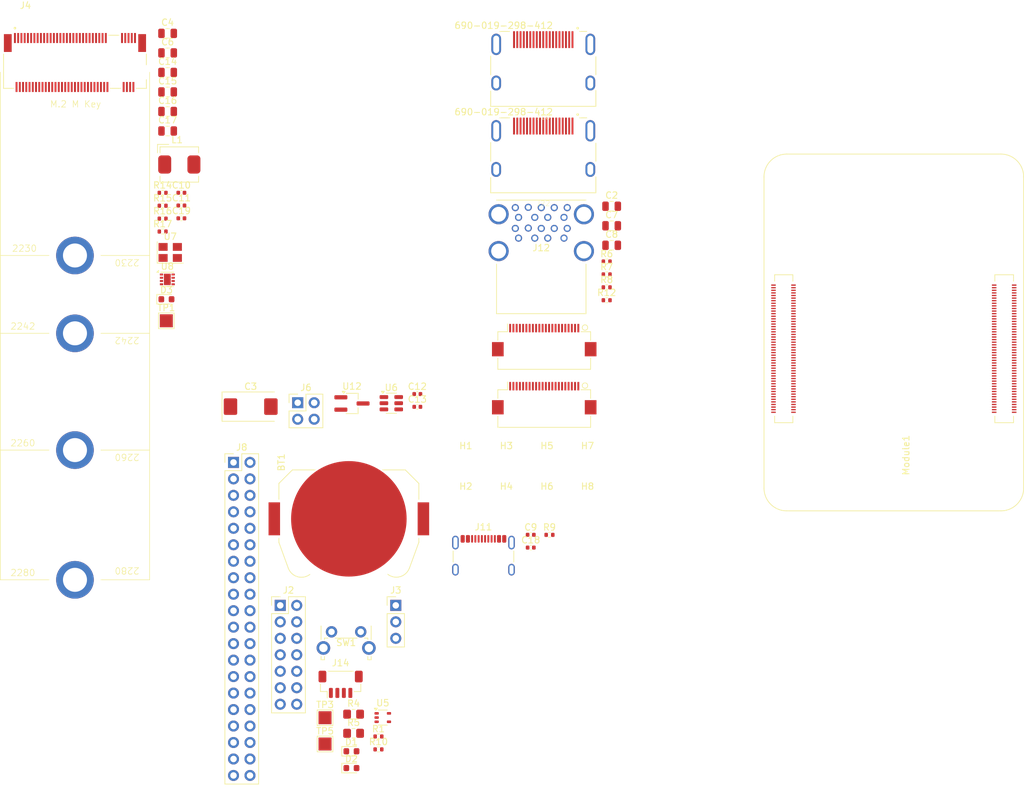
<source format=kicad_pcb>
(kicad_pcb (version 20240108) (generator "pcbnew") (generator_version "8.0")
  (layers (0 "F.Cu" signal) (1 "In1.Cu" power) (2 "In2.Cu" power) (31 "B.Cu" signal) (34 "B.Paste" user) (35 "F.Paste" user) (36 "B.SilkS" user "B.Silkscreen") (37 "F.SilkS" user "F.Silkscreen") (38 "B.Mask" user) (39 "F.Mask" user) (44 "Edge.Cuts" user))
  (net 0 "")
  (net 1 "GND")
  (net 2 "/CM5_GPIO ( Ethernet, GPIO, SDCARD)/VBAT")
  (net 3 "/CM5_HighSpeed/VBUS")
  (net 4 "/PCIe-M2/M2_3v3")
  (net 5 "/PCIe-M2/FB")
  (net 6 "/CM5_HighSpeed/HDMI_5v")
  (net 7 "Net-(D1-K)")
  (net 8 "Net-(D2-K)")
  (net 9 "Net-(D3-K)")
  (net 10 "/CM5_GPIO ( Ethernet, GPIO, SDCARD)/nRPIBOOT")
  (net 11 "/CM5_GPIO ( Ethernet, GPIO, SDCARD)/EEPROM_nWP")
  (net 12 "/CM5_GPIO ( Ethernet, GPIO, SDCARD)/SYNC_OUT")
  (net 13 "Net-(R10-Pad2)")
  (net 15 "/CM5_GPIO ( Ethernet, GPIO, SDCARD)/USBOTG")
  (net 16 "/+3.3v")
  (net 17 "/CM5_GPIO ( Ethernet, GPIO, SDCARD)/PMIC_ENABLE")
  (net 18 "/CM5_GPIO ( Ethernet, GPIO, SDCARD)/PWR_BUT")
  (net 19 "/CM5_GPIO ( Ethernet, GPIO, SDCARD)/WL_nDis")
  (net 20 "/CM5_GPIO ( Ethernet, GPIO, SDCARD)/BT_nDis")
  (net 25 "Net-(J4-DAS{slash}~{DSS}{slash}~{LED1})")
  (net 32 "/+5v")
  (net 48 "/CM5_HighSpeed/PCIE_RX_N")
  (net 50 "/CM5_HighSpeed/PCIE_RX_P")
  (net 53 "/CM5_HighSpeed/PCIE_TX_N")
  (net 55 "/CM5_HighSpeed/PCIE_TX_P")
  (net 56 "/CM5_HighSpeed/PCIE_nCLKREQ")
  (net 57 "/CM5_HighSpeed/PCIE_CLK_N")
  (net 58 "/CM5_HighSpeed/PCIE_CLK_P")
  (net 62 "Net-(J4-SUSCLK)")
  (net 64 "/CM5_HighSpeed/DPHY0_D0_N")
  (net 65 "/CM5_HighSpeed/DPHY0_D0_P")
  (net 66 "/CM5_HighSpeed/DPHY0_D1_N")
  (net 67 "/CM5_HighSpeed/DPHY0_D1_P")
  (net 68 "/CM5_HighSpeed/DPHY0_C_N")
  (net 69 "/CM5_HighSpeed/DPHY0_C_P")
  (net 70 "/CM5_HighSpeed/DPHY0_D2_N")
  (net 71 "/CM5_HighSpeed/DPHY0_D2_P")
  (net 72 "/CM5_HighSpeed/DPHY0_D3_N")
  (net 73 "/CM5_HighSpeed/DPHY0_D3_P")
  (net 74 "/CM5_GPIO ( Ethernet, GPIO, SDCARD)/CAM_GPIO0")
  (net 75 "/CM5_GPIO ( Ethernet, GPIO, SDCARD)/CAM_GPIO1")
  (net 76 "/CM5_HighSpeed/SCL0")
  (net 77 "/CM5_HighSpeed/SDA0")
  (net 78 "/CM5_GPIO ( Ethernet, GPIO, SDCARD)/ID_SC")
  (net 79 "/CM5_HighSpeed/SCL1")
  (net 80 "/CM5_GPIO ( Ethernet, GPIO, SDCARD)/ID_SD")
  (net 81 "/CM5_HighSpeed/SDA1")
  (net 82 "/CM5_GPIO ( Ethernet, GPIO, SDCARD)/SD_DAT1")
  (net 83 "/CM5_GPIO ( Ethernet, GPIO, SDCARD)/SD_DAT0")
  (net 84 "/CM5_GPIO ( Ethernet, GPIO, SDCARD)/SD_CLK")
  (net 85 "/CM5_GPIO ( Ethernet, GPIO, SDCARD)/SD_CMD")
  (net 86 "/CM5_GPIO ( Ethernet, GPIO, SDCARD)/SD_DAT3")
  (net 87 "/CM5_GPIO ( Ethernet, GPIO, SDCARD)/SD_DAT2")
  (net 88 "/CM5_GPIO ( Ethernet, GPIO, SDCARD)/GPIO2")
  (net 89 "/CM5_GPIO ( Ethernet, GPIO, SDCARD)/GPIO3")
  (net 90 "/CM5_GPIO ( Ethernet, GPIO, SDCARD)/GPIO4")
  (net 91 "/CM5_GPIO ( Ethernet, GPIO, SDCARD)/GPIO14")
  (net 92 "/CM5_GPIO ( Ethernet, GPIO, SDCARD)/GPIO15")
  (net 93 "/CM5_GPIO ( Ethernet, GPIO, SDCARD)/GPIO17")
  (net 94 "/CM5_GPIO ( Ethernet, GPIO, SDCARD)/GPIO18")
  (net 95 "/CM5_GPIO ( Ethernet, GPIO, SDCARD)/GPIO27")
  (net 96 "/CM5_GPIO ( Ethernet, GPIO, SDCARD)/GPIO22")
  (net 97 "/CM5_GPIO ( Ethernet, GPIO, SDCARD)/GPIO23")
  (net 98 "/CM5_GPIO ( Ethernet, GPIO, SDCARD)/GPIO24")
  (net 99 "/CM5_GPIO ( Ethernet, GPIO, SDCARD)/GPIO10")
  (net 100 "/CM5_GPIO ( Ethernet, GPIO, SDCARD)/GPIO9")
  (net 101 "/CM5_GPIO ( Ethernet, GPIO, SDCARD)/GPIO25")
  (net 102 "/CM5_GPIO ( Ethernet, GPIO, SDCARD)/GPIO11")
  (net 103 "/CM5_GPIO ( Ethernet, GPIO, SDCARD)/GPIO8")
  (net 104 "/CM5_GPIO ( Ethernet, GPIO, SDCARD)/GPIO7")
  (net 105 "/CM5_GPIO ( Ethernet, GPIO, SDCARD)/GPIO5")
  (net 106 "/CM5_GPIO ( Ethernet, GPIO, SDCARD)/GPIO6")
  (net 107 "/CM5_GPIO ( Ethernet, GPIO, SDCARD)/GPIO12")
  (net 108 "/CM5_GPIO ( Ethernet, GPIO, SDCARD)/GPIO13")
  (net 109 "/CM5_GPIO ( Ethernet, GPIO, SDCARD)/GPIO19")
  (net 110 "/CM5_GPIO ( Ethernet, GPIO, SDCARD)/GPIO16")
  (net 111 "/CM5_GPIO ( Ethernet, GPIO, SDCARD)/GPIO26")
  (net 112 "/CM5_GPIO ( Ethernet, GPIO, SDCARD)/GPIO20")
  (net 113 "/CM5_GPIO ( Ethernet, GPIO, SDCARD)/GPIO21")
  (net 114 "/CM5_HighSpeed/HDMI1_HOTPLUG")
  (net 115 "/CM5_HighSpeed/HDMI1_SDA")
  (net 116 "/CM5_HighSpeed/HDMI1_SCL")
  (net 118 "/CM5_HighSpeed/HDMI1_CEC")
  (net 119 "/CM5_HighSpeed/HDMI1_CK_N")
  (net 120 "/CM5_HighSpeed/HDMI1_CK_P")
  (net 121 "/CM5_HighSpeed/HDMI1_D0_N")
  (net 122 "/CM5_HighSpeed/HDMI1_D0_P")
  (net 123 "/CM5_HighSpeed/HDMI1_D1_N")
  (net 124 "/CM5_HighSpeed/HDMI1_D1_P")
  (net 125 "/CM5_HighSpeed/HDMI1_D2_N")
  (net 126 "/CM5_HighSpeed/HDMI1_D2_P")
  (net 127 "/CC1")
  (net 128 "/USB2_P")
  (net 129 "/USB2_N")
  (net 131 "/CC2")
  (net 133 "/CM5_HighSpeed/USB3-0-D_N")
  (net 134 "/CM5_HighSpeed/USB3-0-D_P")
  (net 135 "/CM5_HighSpeed/USB3-0-RX_N")
  (net 136 "/CM5_HighSpeed/USB3-0-RX_P")
  (net 137 "/CM5_HighSpeed/USB3-0-TX_N")
  (net 138 "/CM5_HighSpeed/USB3-0-TX_P")
  (net 139 "/CM5_HighSpeed/USB3-1-D_N")
  (net 140 "/CM5_HighSpeed/USB3-1-D_P")
  (net 141 "/CM5_HighSpeed/USB3-1-RX_N")
  (net 142 "/CM5_HighSpeed/USB3-1-RX_P")
  (net 143 "/CM5_HighSpeed/USB3-1-TX_N")
  (net 144 "/CM5_HighSpeed/USB3-1-TX_P")
  (net 145 "/CM5_GPIO ( Ethernet, GPIO, SDCARD)/TACHO")
  (net 146 "/CM5_GPIO ( Ethernet, GPIO, SDCARD)/PWM")
  (net 147 "/CM5_HighSpeed/DPHY1_D0_N")
  (net 148 "/CM5_HighSpeed/DPHY1_D0_P")
  (net 149 "/CM5_HighSpeed/DPHY1_D1_N")
  (net 150 "/CM5_HighSpeed/DPHY1_D1_P")
  (net 151 "/CM5_HighSpeed/DPHY1_C_N")
  (net 152 "/CM5_HighSpeed/DPHY1_C_P")
  (net 153 "/CM5_HighSpeed/DPHY1_D2_N")
  (net 154 "/CM5_HighSpeed/DPHY1_D2_P")
  (net 155 "/CM5_HighSpeed/DPHY1_D3_N")
  (net 156 "/CM5_HighSpeed/DPHY1_D3_P")
  (net 157 "Net-(J16-Pin_17)")
  (net 159 "/CM5_HighSpeed/HDMI0_HOTPLUG")
  (net 160 "/CM5_HighSpeed/HDMI0_SDA")
  (net 161 "/CM5_HighSpeed/HDMI0_SCL")
  (net 163 "/CM5_HighSpeed/HDMI0_CEC")
  (net 164 "/CM5_HighSpeed/HDMI0_CK_N")
  (net 165 "/CM5_HighSpeed/HDMI0_CK_P")
  (net 166 "/CM5_HighSpeed/HDMI0_D0_N")
  (net 167 "/CM5_HighSpeed/HDMI0_D0_P")
  (net 168 "/CM5_HighSpeed/HDMI0_D1_N")
  (net 169 "/CM5_HighSpeed/HDMI0_D1_P")
  (net 170 "/CM5_HighSpeed/HDMI0_D2_N")
  (net 171 "/CM5_HighSpeed/HDMI0_D2_P")
  (net 172 "Net-(U8-LX)")
  (net 173 "/CM5_GPIO ( Ethernet, GPIO, SDCARD)/TRD3_P")
  (net 174 "/CM5_GPIO ( Ethernet, GPIO, SDCARD)/TRD1_P")
  (net 175 "/CM5_GPIO ( Ethernet, GPIO, SDCARD)/TRD3_N")
  (net 176 "/CM5_GPIO ( Ethernet, GPIO, SDCARD)/TRD1_N")
  (net 177 "/CM5_GPIO ( Ethernet, GPIO, SDCARD)/TRD2_N")
  (net 178 "/CM5_GPIO ( Ethernet, GPIO, SDCARD)/TRD0_N")
  (net 179 "/CM5_GPIO ( Ethernet, GPIO, SDCARD)/TRD2_P")
  (net 180 "/CM5_GPIO ( Ethernet, GPIO, SDCARD)/TRD0_P")
  (net 181 "/CM5_GPIO ( Ethernet, GPIO, SDCARD)/ETH_LEDY")
  (net 182 "/CM5_GPIO ( Ethernet, GPIO, SDCARD)/ETH_LEDG")
  (net 183 "Net-(Module1A-LED_nACT)")
  (net 189 "/CM5_GPIO ( Ethernet, GPIO, SDCARD)/SD_PWR_ON")
  (net 190 "/CM5_GPIO ( Ethernet, GPIO, SDCARD)/GPIO_VREF")
  (net 191 "/CM5_GPIO ( Ethernet, GPIO, SDCARD)/+1.8v")
  (net 192 "/CM5_GPIO ( Ethernet, GPIO, SDCARD)/nPWR_LED")
  (net 193 "/CM5_HighSpeed/PCIE_PWR_EN")
  (net 194 "/CM5_HighSpeed/PCIE_nWAKE")
  (net 195 "/CM5_HighSpeed/PCIE_nRST")
  (net 196 "/CM5_HighSpeed/VBUS_EN")
  (net 197 "Net-(U6-ILIM)")
  (footprint "Capacitor_SMD:C_0805_2012Metric" (layer "F.Cu") (at 60.16 52.9)
    (property "Reference" "C6")
    (property "Value" "10u")
  )
  (footprint "Capacitor_SMD:C_0805_2012Metric" (layer "F.Cu") (at 128.57 82.56)
    (property "Reference" "C8")
    (property "Value" "10u")
  )
  (footprint "LED_SMD:LED_0603_1608Metric" (layer "F.Cu") (at 59.98 90.88)
    (property "Reference" "D3")
    (property "Value" "LED Green")
  )
  (footprint "CM5IO:EDAC 690-019-298-412" (layer "F.Cu") (at 118.03 51.585)
    (property "Reference" "J10")
    (property "Value" "690-019-298-412")
  )
  (footprint "CM5IO:MountingHole_2.7mm_M2.5_DIN965" (layer "F.Cu") (at 106.1 123.08)
    (property "Reference" "H2")
    (property "Value" "MountingHole")
  )
  (footprint "CM5IO:MountingHole_2.7mm_M2.5_DIN965" (layer "F.Cu") (at 112.35 116.83)
    (property "Reference" "H3")
    (property "Value" "MountingHole")
  )
  (footprint "Package_TO_SOT_SMD:TSOT-23_HandSoldering" (layer "F.Cu") (at 88.56 106.945)
    (property "Reference" "U12")
    (property "Value" "RT9742SNGV")
  )
  (footprint "CM5IO:MountingHole_2.7mm_M2.5_DIN965" (layer "F.Cu") (at 118.6 123.08)
    (property "Reference" "H6")
    (property "Value" "MountingHole")
  )
  (footprint "Package_TO_SOT_SMD:SOT-23-6" (layer "F.Cu") (at 94.62 106.905)
    (property "Reference" "U6")
    (property "Value" "AP22653W6")
  )
  (footprint "Resistor_SMD:R_0402_1005Metric" (layer "F.Cu") (at 92.64 158.28)
    (property "Reference" "R1")
    (property "Value" "1k")
  )
  (footprint "Resistor_SMD:R_0402_1005Metric" (layer "F.Cu") (at 127.8 91.03)
    (property "Reference" "R12")
    (property "Value" "15K 1%")
  )
  (footprint "Capacitor_SMD:C_0805_2012Metric" (layer "F.Cu") (at 128.57 76.54)
    (property "Reference" "C2")
    (property "Value" "10u")
  )
  (footprint "Resistor_SMD:R_0402_1005Metric" (layer "F.Cu") (at 59.39 80.44)
    (property "Reference" "R17")
    (property "Value" "1k")
  )
  (footprint "Button_Switch_THT:SW_Tactile_SPST_Angled_PTS645Vx58-2LFS" (layer "F.Cu") (at 85.41 142.145)
    (property "Reference" "SW1")
    (property "Value" "Right angle Tact button")
  )
  (footprint "Connector_PinHeader_2.54mm:PinHeader_1x03_P2.54mm_Vertical" (layer "F.Cu") (at 95.31 138.07)
    (property "Reference" "J3")
    (property "Value" "Conn_01x03")
  )
  (footprint "CM5IO:Hirose_FH12-22S-0.5SH_1x22-1MP_P0.50mm_Horizontal" (layer "F.Cu") (at 118.18 97.18)
    (property "Reference" "J5")
    (property "Value" "Conn_01x22_Female")
  )
  (footprint "Resistor_SMD:R_0402_1005Metric" (layer "F.Cu") (at 118.99 127.2)
    (property "Reference" "R9")
    (property "Value" "2.2K 1%")
  )
  (footprint "Capacitor_SMD:C_0805_2012Metric" (layer "F.Cu") (at 60.16 58.92)
    (property "Reference" "C15")
    (property "Value" "10u")
  )
  (footprint "Resistor_SMD:R_0402_1005Metric" (layer "F.Cu") (at 127.8 87.05)
    (property "Reference" "R7")
    (property "Value" "2.2K 1%")
  )
  (footprint "CM5IO:MountingHole_2.7mm_M2.5_DIN965" (layer "F.Cu") (at 124.85 116.83)
    (property "Reference" "H7")
    (property "Value" "MountingHole")
  )
  (footprint "CM5IO:MountingHole_2.7mm_M2.5_DIN965" (layer "F.Cu") (at 124.85 123.08)
    (property "Reference" "H8")
    (property "Value" "MountingHole")
  )
  (footprint "Connector_PinHeader_2.54mm:PinHeader_2x07_P2.54mm_Vertical" (layer "F.Cu") (at 77.51 138.07)
    (property "Reference" "J2")
    (property "Value" "Conn_02x07_Odd_Even")
  )
  (footprint "TestPoint:TestPoint_Pad_2.0x2.0mm" (layer "F.Cu") (at 59.96 94.2)
    (property "Reference" "TP1")
    (property "Value" "TestPoint")
  )
  (footprint "Capacitor_SMD:C_0805_2012Metric" (layer "F.Cu") (at 60.16 55.91)
    (property "Reference" "C14")
    (property "Value" "10u")
  )
  (footprint "CM5IO:MountingHole_2.7mm_M2.5_DIN965" (layer "F.Cu") (at 112.35 123.08)
    (property "Reference" "H4")
    (property "Value" "MountingHole")
  )
  (footprint "Capacitor_SMD:C_0402_1005Metric" (layer "F.Cu") (at 116.1 127.19)
    (property "Reference" "C9")
    (property "Value" "100n")
  )
  (footprint "CM5IO:M.2 M Key socket" (layer "F.Cu") (at 45.885 55.881)
    (property "Reference" "J4")
    (property "Value" "Bus_M.2_Socket_M")
  )
  (footprint "Package_DFN_QFN:DFN-8-1EP_2x2mm_P0.5mm_EP1.05x1.75mm" (layer "F.Cu") (at 60.115 87.815)
    (property "Reference" "U8")
    (property "Value" "AP3441SHE-7B")
  )
  (footprint "Package_TO_SOT_SMD:SOT-353_SC-70-5" (layer "F.Cu") (at 93.31 155.365)
    (property "Reference" "U5")
    (property "Value" "74LVC1G07SE-7")
  )
  (footprint "Crystal:Crystal_SMD_3225-4Pin_3.2x2.5mm" (layer "F.Cu") (at 60.56 83.66)
    (property "Reference" "U7")
    (property "Value" "ASEK-32.768KHZ-L-R-T")
  )
  (footprint "Capacitor_SMD:C_0805_2012Metric" (layer "F.Cu") (at 60.16 49.89)
    (property "Reference" "C4")
    (property "Value" "10u")
  )
  (footprint "CM5IO:MountingHole_2.7mm_M2.5_DIN965" (layer "F.Cu") (at 118.6 116.83)
    (property "Reference" "H5")
    (property "Value" "MountingHole")
  )
  (footprint "Capacitor_SMD:C_0805_2012Metric" (layer "F.Cu") (at 60.16 64.94)
    (property "Reference" "C17")
    (property "Value" "10u")
  )
  (footprint "TestPoint:TestPoint_Pad_2.0x2.0mm" (layer "F.Cu") (at 84.41 159.44)
    (property "Reference" "TP5")
    (property "Value" "TestPoint")
  )
  (footprint "LED_SMD:LED_0603_1608Metric" (layer "F.Cu") (at 88.48 160.56)
    (property "Reference" "D1")
    (property "Value" "LED Red")
  )
  (footprint "Capacitor_SMD:C_0805_2012Metric" (layer "F.Cu") (at 60.16 61.93)
    (property "Reference" "C16")
    (property "Value" "10u")
  )
  (footprint "CM5IO:MountingHole_2.7mm_M2.5_DIN965" (layer "F.Cu") (at 106.1 116.83)
    (property "Reference" "H1")
    (property "Value" "MountingHole")
  )
  (footprint "Resistor_SMD:R_0402_1005Metric" (layer "F.Cu") (at 127.8 85.06)
    (property "Reference" "R6")
    (property "Value" "2.2K 1%")
  )
  (footprint "LED_SMD:LED_0603_1608Metric" (layer "F.Cu") (at 88.48 163.15)
    (property "Reference" "D2")
    (property "Value" "LED Green")
  )
  (footprint "Capacitor_SMD:C_0402_1005Metric" (layer "F.Cu") (at 98.63 105.49)
    (property "Reference" "C12")
    (property "Value" "100n")
  )
  (footprint "CM5IO:Raspberry-Pi-5-Compute-Module" (layer "F.Cu") (at 155.54 120)
    (property "Reference" "Module1")
    (property "Value" "ComputeModule5-CM5")
  )
  (footprint "Resistor_SMD:R_0402_1005Metric" (layer "F.Cu") (at 59.39 74.47)
    (property "Reference" "R14")
    (property "Value" "100K 1%")
  )
  (footprint "Resistor_SMD:R_0402_1005Metric" (layer "F.Cu") (at 59.39 76.46)
    (property "Reference" "R15")
    (property "Value" "10K 1%")
  )
  (footprint "Resistor_SMD:R_0805_2012Metric_Pad1.20x1.40mm_HandSolder" (layer "F.Cu") (at 88.81 154.84)
    (property "Reference" "R4")
    (property "Value" "nf")
  )
  (footprint "Capacitor_SMD:C_0402_1005Metric" (layer "F.Cu") (at 62.28 78.4)
    (property "Reference" "C19")
    (property "Value" "100n")
  )
  (footprint "Capacitor_SMD:C_0402_1005Metric" (layer "F.Cu") (at 62.28 74.46)
    (property "Reference" "C10")
    (property "Value" "100n")
  )
  (footprint "Connector_PinHeader_2.54mm:PinHeader_2x02_P2.54mm_Vertical" (layer "F.Cu") (at 80.2 106.83)
    (property "Reference" "J6")
    (property "Value" "THD-02-R")
  )
  (footprint "Capacitor_SMD:C_0402_1005Metric" (layer "F.Cu") (at 98.63 107.46)
    (property "Reference" "C13")
    (property "Value" "100n")
  )
  (footprint "CM5IO:BatteryHolder_Keystone_3034_1x20mm" (layer "F.Cu") (at 88.08 124.728075)
    (property "Reference" "BT1")
    (property "Value" "Battery_Cell")
  )
  (footprint "TestPoint:TestPoint_Pad_2.0x2.0mm" (layer "F.Cu") (at 84.41 155.39)
    (property "Reference" "TP3")
    (property "Value" "TestPoint")
  )
  (footprint "Connector_USB:USB_C_Receptacle_GCT_USB4105-xx-A_16P_TopMnt_Horizontal" (layer "F.Cu") (at 108.82 131.49)
    (property "Reference" "J11")
    (property "Value" "USB_C_Receptacle_USB2.0")
  )
  (footprint "Capacitor_Tantalum_SMD:CP_EIA-7343-31_Kemet-D" (layer "F.Cu") (at 72.955 107.43)
    (property "Reference" "C3")
    (property "Value" "100uF")
  )
  (footprint "Resistor_SMD:R_0402_1005Metric" (layer "F.Cu") (at 59.39 78.45)
    (property "Reference" "R16")
    (property "Value" "2.2K 1%")
  )
  (footprint "Capacitor_SMD:C_0402_1005Metric" (layer "F.Cu") (at 62.28 76.43)
    (property "Reference" "C11")
    (property "Value" "4.7nF")
  )
  (footprint "CM5IO:Hirose_FH12-22S-0.5SH_1x22-1MP_P0.50mm_Horizontal" (layer "F.Cu") (at 118.18 106.13)
    (property "Reference" "J16")
    (property "Value" "Conn_01x22_Female")
  )
  (footprint "Resistor_SMD:R_0805_2012Metric_Pad1.20x1.40mm_HandSolder" (layer "F.Cu") (at 88.81 157.79)
    (property "Reference" "R5")
    (property "Value" "0R")
  )
  (footprint "Capacitor_SMD:C_0402_1005Metric" (layer "F.Cu") (at 116.1 129.16)
    (property "Reference" "C18")
    (property "Value" "100n")
  )
  (footprint "Connector_PinHeader_2.54mm:PinHeader_2x20_P2.54mm_Vertical" (layer "F.Cu") (at 70.31 116.03)
    (property "Reference" "J8")
    (property "Value" "THD-20-R")
  )
  (footprint "CM5IO:MTCONN_UBAF30-D2011" (layer "F.Cu") (at 117.725 83.455)
    (property "Reference" "J12")
    (property "Value" "USB3_A")
  )
  (footprint "Capacitor_SMD:C_0805_2012Metric" (layer "F.Cu") (at 128.57 79.55)
    (property "Reference" "C7")
    (property "Value" "10u")
  )
  (footprint "CM5IO:EDAC 690-019-298-412" (layer "F.Cu") (at 118.03 64.91)
    (property "Reference" "J22")
    (property "Value" "690-019-298-412")
  )
  (footprint "CM5IO:L_Bourns_SRP5030CC" (layer "F.Cu") (at 61.96 70.105)
    (property "Reference" "L1")
    (property "Value" "2.2uH")
  )
  (footprint "Connector_JST:JST_SH_BM04B-SRSS-TB_1x04-1MP_P1.00mm_Vertical" (layer "F.Cu") (at 86.81 150.24)
    (property "Reference" "J14")
    (property "Value" "JST_SHBM04B-SRSS-TB")
  )
  (footprint "Resistor_SMD:R_0402_1005Metric" (layer "F.Cu") (at 127.8 89.04)
    (property "Reference" "R8")
    (property "Value" "2.2K 1%")
  )
  (footprint "Resistor_SMD:R_0402_1005Metric" (layer "F.Cu") (at 92.64 160.27)
    (property "Reference" "R10")
    (property "Value" "1k")
  )
)
</source>
